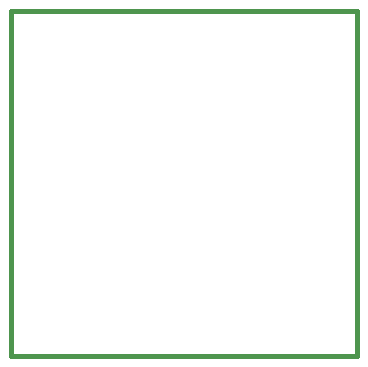
<source format=gbp>
G04 EAGLE Gerber X2 export*
G75*
%MOMM*%
%FSLAX34Y34*%
%LPD*%
%AMOC8*
5,1,8,0,0,1.08239X$1,22.5*%
G01*
%ADD10C,0.406400*%


D10*
X0Y0D02*
X292610Y0D01*
X292610Y292000D01*
X0Y292000D01*
X0Y0D01*
M02*

</source>
